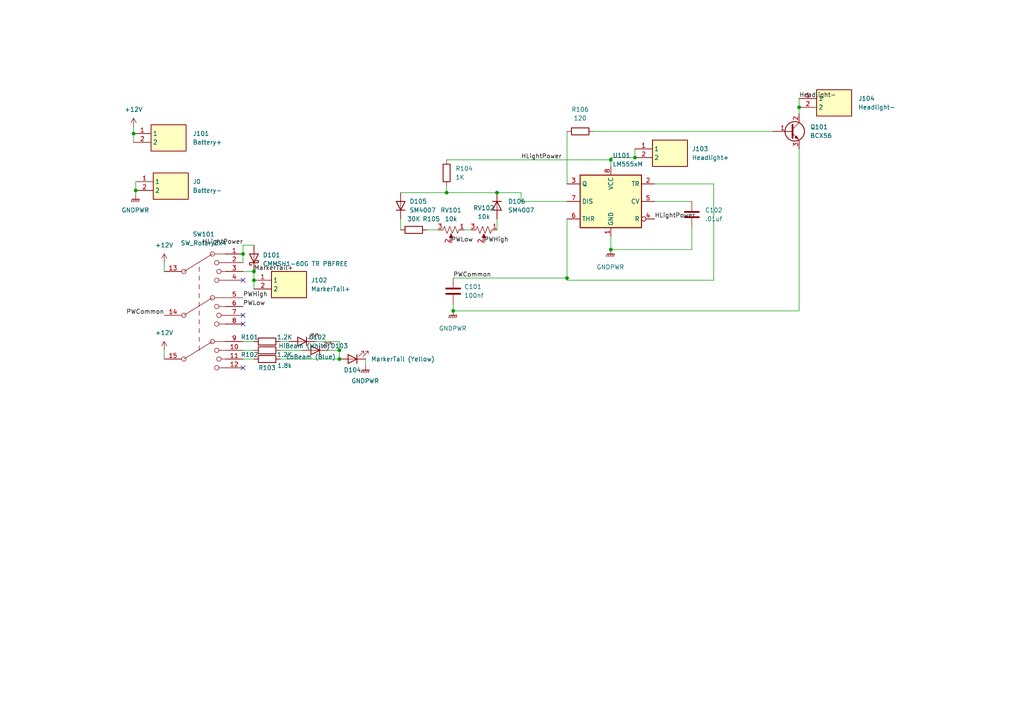
<source format=kicad_sch>
(kicad_sch (version 20211123) (generator eeschema)
  (paper "A4")
  (lib_symbols
    (symbol "19705-4303_1"
      (property "Reference" "J?" (at 16.51 7.62 0))
      (property "Value" "19705-4303_1" (at 16.51 5.08 0))
      (symbol "19705-4303_1_1_1"
        (rectangle (start 5.08 2.54) (end 15.24 -5.08) (stroke (width 0.254)) (fill (type background)))
        (pin passive line (at 0 0 0) (length 5.08) (name "1") (number "1"))
        (pin passive line (at 0 -2.54 0) (length 5.08) (name "2") (number "2"))
      )
    )
    (symbol "19705-4303_2"
      (property "Reference" "J?" (at 16.51 7.62 0))
      (property "Value" "19705-4303_2" (at 16.51 5.08 0))
      (symbol "19705-4303_2_1_1"
        (rectangle (start 5.08 2.54) (end 15.24 -5.08) (stroke (width 0.254)) (fill (type background)))
        (pin passive line (at 0 0 0) (length 5.08) (name "1") (number "1"))
        (pin passive line (at 0 -2.54 0) (length 5.08) (name "2") (number "2"))
      )
    )
    (symbol "19705-4303_3"
      (property "Reference" "J?" (at 16.51 7.62 0))
      (property "Value" "19705-4303_3" (at 16.51 5.08 0))
      (symbol "19705-4303_3_1_1"
        (rectangle (start 5.08 2.54) (end 15.24 -5.08) (stroke (width 0.254)) (fill (type background)))
        (pin passive line (at 0 0 0) (length 5.08) (name "1") (number "1"))
        (pin passive line (at 0 -2.54 0) (length 5.08) (name "2") (number "2"))
      )
    )
    (symbol "19705-4303_4"
      (property "Reference" "J?" (at 16.51 7.62 0))
      (property "Value" "19705-4303_4" (at 16.51 5.08 0))
      (symbol "19705-4303_4_1_1"
        (rectangle (start 5.08 2.54) (end 15.24 -5.08) (stroke (width 0.254)) (fill (type background)))
        (pin passive line (at 0 0 0) (length 5.08) (name "1") (number "1"))
        (pin passive line (at 0 -2.54 0) (length 5.08) (name "2") (number "2"))
      )
    )
    (symbol "Device:C" (pin_numbers hide) (pin_names (offset 0.254))
      (property "Reference" "C" (at 0.635 2.54 0))
      (property "Value" "C" (at 0.635 -2.54 0))
      (symbol "C_0_1"
        (polyline (pts (xy -2.032 -0.762) (xy 2.032 -0.762)) (stroke (width 0.508)))
        (polyline (pts (xy -2.032 0.762) (xy 2.032 0.762)) (stroke (width 0.508)))
      )
      (symbol "C_1_1"
        (pin passive line (at 0 3.81 270) (length 2.794) (name "~") (number "1"))
        (pin passive line (at 0 -3.81 90) (length 2.794) (name "~") (number "2"))
      )
    )
    (symbol "Device:D_Schottky" (pin_numbers hide) (pin_names (offset 1.016) hide)
      (property "Reference" "D" (at 0 2.54 0))
      (property "Value" "D_Schottky" (at 0 -2.54 0))
      (symbol "D_Schottky_0_1"
        (polyline (pts (xy 1.27 0) (xy -1.27 0)))
        (polyline (pts (xy 1.27 1.27) (xy 1.27 -1.27) (xy -1.27 0) (xy 1.27 1.27)) (stroke (width 0.254)))
        (polyline (pts (xy -1.905 0.635) (xy -1.905 1.27) (xy -1.27 1.27) (xy -1.27 -1.27) (xy -0.635 -1.27) (xy -0.635 -0.635)) (stroke (width 0.254)))
      )
      (symbol "D_Schottky_1_1"
        (pin passive line (at -3.81 0 0) (length 2.54) (name "K") (number "1"))
        (pin passive line (at 3.81 0 180) (length 2.54) (name "A") (number "2"))
      )
    )
    (symbol "Device:LED" (pin_numbers hide) (pin_names (offset 1.016) hide)
      (property "Reference" "D" (at 0 2.54 0))
      (property "Value" "LED" (at 0 -2.54 0))
      (symbol "LED_0_1"
        (polyline (pts (xy -1.27 -1.27) (xy -1.27 1.27)) (stroke (width 0.254)))
        (polyline (pts (xy -1.27 0) (xy 1.27 0)))
        (polyline (pts (xy 1.27 -1.27) (xy 1.27 1.27) (xy -1.27 0) (xy 1.27 -1.27)) (stroke (width 0.254)))
        (polyline (pts (xy -3.048 -0.762) (xy -4.572 -2.286) (xy -3.81 -2.286) (xy -4.572 -2.286) (xy -4.572 -1.524)))
        (polyline (pts (xy -1.778 -0.762) (xy -3.302 -2.286) (xy -2.54 -2.286) (xy -3.302 -2.286) (xy -3.302 -1.524)))
      )
      (symbol "LED_1_1"
        (pin passive line (at -3.81 0 0) (length 2.54) (name "K") (number "1"))
        (pin passive line (at 3.81 0 180) (length 2.54) (name "A") (number "2"))
      )
    )
    (symbol "Device:R" (pin_numbers hide) (pin_names (offset 0))
      (property "Reference" "R" (at 2.032 0 90))
      (property "Value" "R" (at 0 0 90))
      (symbol "R_0_1"
        (rectangle (start -1.016 -2.54) (end 1.016 2.54) (stroke (width 0.254)))
      )
      (symbol "R_1_1"
        (pin passive line (at 0 3.81 270) (length 1.27) (name "~") (number "1"))
        (pin passive line (at 0 -3.81 90) (length 1.27) (name "~") (number "2"))
      )
    )
    (symbol "Device:R_Potentiometer_US" (pin_names (offset 1.016) hide)
      (property "Reference" "RV" (at -4.445 0 90))
      (property "Value" "R_Potentiometer_US" (at -2.54 0 90))
      (symbol "R_Potentiometer_US_0_1"
        (polyline (pts (xy 0 -2.286) (xy 0 -2.54)))
        (polyline (pts (xy 0 2.54) (xy 0 2.286)))
        (polyline (pts (xy 2.54 0) (xy 1.524 0)))
        (polyline (pts (xy 1.143 0) (xy 2.286 0.508) (xy 2.286 -0.508) (xy 1.143 0)) (fill (type outline)))
        (polyline (pts (xy 0 -0.762) (xy 1.016 -1.143) (xy 0 -1.524) (xy -1.016 -1.905) (xy 0 -2.286)))
        (polyline (pts (xy 0 0.762) (xy 1.016 0.381) (xy 0 0) (xy -1.016 -0.381) (xy 0 -0.762)))
        (polyline (pts (xy 0 2.286) (xy 1.016 1.905) (xy 0 1.524) (xy -1.016 1.143) (xy 0 0.762)))
      )
      (symbol "R_Potentiometer_US_1_1"
        (pin passive line (at 0 3.81 270) (length 1.27) (name "1") (number "1"))
        (pin passive line (at 3.81 0 180) (length 1.27) (name "2") (number "2"))
        (pin passive line (at 0 -3.81 90) (length 1.27) (name "3") (number "3"))
      )
    )
    (symbol "Diode:SM4007" (pin_numbers hide) (pin_names hide)
      (property "Reference" "D" (at 0 2.54 0))
      (property "Value" "SM4007" (at 0 -2.54 0))
      (symbol "SM4007_0_1"
        (polyline (pts (xy -1.27 1.27) (xy -1.27 -1.27)) (stroke (width 0.254)))
        (polyline (pts (xy 1.27 0) (xy -1.27 0)))
        (polyline (pts (xy 1.27 1.27) (xy 1.27 -1.27) (xy -1.27 0) (xy 1.27 1.27)) (stroke (width 0.254)))
      )
      (symbol "SM4007_1_1"
        (pin passive line (at -3.81 0 0) (length 2.54) (name "K") (number "1"))
        (pin passive line (at 3.81 0 180) (length 2.54) (name "A") (number "2"))
      )
    )
    (symbol "SpadeLugs:19705-4303"
      (property "Value" "19705-4303" (at 0 0 0))
      (property "Reference_1" "J" (at 16.51 7.62 0))
      (property "Value_1" "19705-4303" (at 16.51 5.08 0))
      (symbol "19705-4303_1_1"
        (rectangle (start 5.08 2.54) (end 15.24 -5.08) (stroke (width 0.254)) (fill (type background)))
        (pin passive line (at 0 0 0) (length 5.08) (name "1") (number "1"))
        (pin passive line (at 0 -2.54 0) (length 5.08) (name "2") (number "2"))
      )
    )
    (symbol "Switch:SW_Rotary3x4" (pin_names (offset 1.016) hide)
      (property "Reference" "SW" (at 0 20.32 0))
      (property "Value" "SW_Rotary3x4" (at 0 -17.78 0))
      (symbol "SW_Rotary3x4_0_0"
        (circle (center -4.445 -12.7) (radius 0.635))
        (circle (center -4.445 0) (radius 0.635))
        (circle (center -4.445 12.7) (radius 0.635))
        (polyline (pts (xy -4.445 -12.7) (xy 3.81 -7.62)))
        (polyline (pts (xy -4.445 0) (xy 3.81 5.08)))
        (polyline (pts (xy -4.445 12.7) (xy 3.81 17.78)))
        (polyline (pts (xy 0 -10.16) (xy 0 -8.89)))
        (polyline (pts (xy 0 -7.62) (xy 0 -6.35)))
        (polyline (pts (xy 0 -5.08) (xy 0 -3.81)))
        (polyline (pts (xy 0 -2.54) (xy 0 -1.27)))
        (polyline (pts (xy 0 0) (xy 0 1.27)))
        (polyline (pts (xy 0 2.54) (xy 0 3.81)))
        (polyline (pts (xy 0 5.08) (xy 0 6.35)))
        (polyline (pts (xy 0 7.62) (xy 0 8.89)))
        (polyline (pts (xy 0 10.16) (xy 0 11.43)))
        (polyline (pts (xy 0 12.7) (xy 0 13.97)))
        (polyline (pts (xy 4.445 -7.62) (xy 7.62 -7.62)))
        (polyline (pts (xy 4.445 5.08) (xy 7.62 5.08)))
        (polyline (pts (xy 4.445 17.78) (xy 7.62 17.78)))
        (polyline (pts (xy 5.715 -15.24) (xy 7.62 -15.24)))
        (polyline (pts (xy 5.715 -10.16) (xy 7.62 -10.16)))
        (polyline (pts (xy 5.715 -2.54) (xy 7.62 -2.54)))
        (polyline (pts (xy 5.715 2.54) (xy 7.62 2.54)))
        (polyline (pts (xy 5.715 10.16) (xy 7.62 10.16)))
        (polyline (pts (xy 5.715 15.24) (xy 7.62 15.24)))
        (polyline (pts (xy 6.35 -12.7) (xy 7.62 -12.7)))
        (polyline (pts (xy 6.35 0) (xy 7.62 0)))
        (polyline (pts (xy 6.35 12.7) (xy 7.62 12.7)))
        (circle (center 3.81 -7.62) (radius 0.635))
        (circle (center 3.81 5.08) (radius 0.635))
        (circle (center 3.81 17.78) (radius 0.635))
        (circle (center 5.08 -15.24) (radius 0.635))
        (circle (center 5.08 -10.16) (radius 0.635))
        (circle (center 5.08 -2.54) (radius 0.635))
        (circle (center 5.08 2.54) (radius 0.635))
        (circle (center 5.08 10.16) (radius 0.635))
        (circle (center 5.08 15.24) (radius 0.635))
        (circle (center 5.715 -12.7) (radius 0.635))
        (circle (center 5.715 0) (radius 0.635))
        (circle (center 5.715 12.7) (radius 0.635))
      )
      (symbol "SW_Rotary3x4_0_1"
        (pin passive line (at 12.7 17.78 180) (length 5.08) (name "1") (number "1"))
        (pin passive line (at 12.7 -10.16 180) (length 5.08) (name "10") (number "10"))
        (pin passive line (at 12.7 -12.7 180) (length 5.08) (name "11") (number "11"))
        (pin passive line (at 12.7 -15.24 180) (length 5.08) (name "12") (number "12"))
        (pin passive line (at -10.16 12.7 0) (length 5.08) (name "13") (number "13"))
        (pin passive line (at -10.16 0 0) (length 5.08) (name "14") (number "14"))
        (pin passive line (at -10.16 -12.7 0) (length 5.08) (name "15") (number "15"))
        (pin passive line (at 12.7 15.24 180) (length 5.08) (name "2") (number "2"))
        (pin passive line (at 12.7 12.7 180) (length 5.08) (name "3") (number "3"))
        (pin passive line (at 12.7 10.16 180) (length 5.08) (name "4") (number "4"))
        (pin passive line (at 12.7 5.08 180) (length 5.08) (name "5") (number "5"))
        (pin passive line (at 12.7 2.54 180) (length 5.08) (name "6") (number "6"))
        (pin passive line (at 12.7 0 180) (length 5.08) (name "7") (number "7"))
        (pin passive line (at 12.7 -2.54 180) (length 5.08) (name "8") (number "8"))
        (pin passive line (at 12.7 -7.62 180) (length 5.08) (name "9") (number "9"))
      )
    )
    (symbol "Timer:LM555xM"
      (property "Reference" "U" (at -10.16 8.89 0))
      (property "Value" "LM555xM" (at 2.54 8.89 0))
      (symbol "LM555xM_0_0"
        (pin power_in line (at 0 -10.16 90) (length 2.54) (name "GND") (number "1"))
        (pin power_in line (at 0 10.16 270) (length 2.54) (name "VCC") (number "8"))
      )
      (symbol "LM555xM_0_1"
        (rectangle (start -8.89 -7.62) (end 8.89 7.62) (stroke (width 0.254)) (fill (type background)))
        (rectangle (start -8.89 -7.62) (end 8.89 7.62) (stroke (width 0.254)) (fill (type background)))
      )
      (symbol "LM555xM_1_1"
        (pin input line (at -12.7 5.08 0) (length 3.81) (name "TR") (number "2"))
        (pin output line (at 12.7 5.08 180) (length 3.81) (name "Q") (number "3"))
        (pin input inverted (at -12.7 -5.08 0) (length 3.81) (name "R") (number "4"))
        (pin input line (at -12.7 0 0) (length 3.81) (name "CV") (number "5"))
        (pin input line (at 12.7 -5.08 180) (length 3.81) (name "THR") (number "6"))
        (pin input line (at 12.7 0 180) (length 3.81) (name "DIS") (number "7"))
      )
    )
    (symbol "Transistor_BJT:BCX56" (pin_names (offset 0) hide)
      (property "Reference" "Q" (at 5.08 1.905 0))
      (property "Value" "BCX56" (at 5.08 0 0))
      (symbol "BCX56_0_1"
        (polyline (pts (xy 0.635 0.635) (xy 2.54 2.54)))
        (polyline (pts (xy 0.635 -0.635) (xy 2.54 -2.54) (xy 2.54 -2.54)))
        (polyline (pts (xy 0.635 1.905) (xy 0.635 -1.905) (xy 0.635 -1.905)) (stroke (width 0.508)))
        (polyline (pts (xy 1.27 -1.778) (xy 1.778 -1.27) (xy 2.286 -2.286) (xy 1.27 -1.778) (xy 1.27 -1.778)) (fill (type outline)))
        (circle (center 1.27 0) (radius 2.8194) (stroke (width 0.254)))
      )
      (symbol "BCX56_1_1"
        (pin input line (at -5.08 0 0) (length 5.715) (name "B") (number "1"))
        (pin passive line (at 2.54 5.08 270) (length 2.54) (name "C") (number "2"))
        (pin passive line (at 2.54 -5.08 90) (length 2.54) (name "E") (number "3"))
      )
    )
    (symbol "power:+12V" (power) (pin_names (offset 0))
      (property "Value" "+12V" (at 0 3.556 0))
      (symbol "+12V_0_1"
        (polyline (pts (xy -0.762 1.27) (xy 0 2.54)))
        (polyline (pts (xy 0 0) (xy 0 2.54)))
        (polyline (pts (xy 0 2.54) (xy 0.762 1.27)))
      )
      (symbol "+12V_1_1"
        (pin power_in line (at 0 0 90) (length 0) hide (name "+12V") (number "1"))
      )
    )
    (symbol "power:GNDPWR" (power) (pin_names (offset 0))
      (property "Value" "GNDPWR" (at 0 -3.302 0))
      (symbol "GNDPWR_0_1"
        (polyline (pts (xy 0 -1.27) (xy 0 0)))
        (polyline (pts (xy -1.016 -1.27) (xy -1.27 -2.032) (xy -1.27 -2.032)) (stroke (width 0.2032)))
        (polyline (pts (xy -0.508 -1.27) (xy -0.762 -2.032) (xy -0.762 -2.032)) (stroke (width 0.2032)))
        (polyline (pts (xy 0 -1.27) (xy -0.254 -2.032) (xy -0.254 -2.032)) (stroke (width 0.2032)))
        (polyline (pts (xy 0.508 -1.27) (xy 0.254 -2.032) (xy 0.254 -2.032)) (stroke (width 0.2032)))
        (polyline (pts (xy 1.016 -1.27) (xy -1.016 -1.27) (xy -1.016 -1.27)) (stroke (width 0.2032)))
        (polyline (pts (xy 1.016 -1.27) (xy 0.762 -2.032) (xy 0.762 -2.032) (xy 0.762 -2.032)) (stroke (width 0.2032)))
      )
      (symbol "GNDPWR_1_1"
        (pin power_in line (at 0 0 270) (length 0) hide (name "GNDPWR") (number "1"))
      )
    )
  )
  (junction (at 231.775 31.115))
  (junction (at 73.66 81.28))
  (junction (at 144.145 55.88))
  (junction (at 98.425 104.14))
  (junction (at 129.54 55.88))
  (junction (at 39.37 55.245))
  (junction (at 164.465 80.645))
  (junction (at 177.165 72.39))
  (junction (at 184.15 45.72))
  (junction (at 73.66 78.74))
  (junction (at 98.425 101.6))
  (junction (at 38.735 38.735))
  (junction (at 131.445 90.17))
  (junction (at 70.485 73.66))
  (junction (at 177.165 46.355))
  (no_connect (at 70.485 81.28))
  (no_connect (at 70.485 106.68))
  (no_connect (at 70.485 93.98))
  (no_connect (at 70.485 91.44))
  (wire (pts (xy 70.485 101.6) (xy 73.66 101.6)))
  (wire (pts (xy 81.28 99.06) (xy 83.82 99.06)))
  (wire (pts (xy 177.165 48.26) (xy 177.165 46.355)))
  (wire (pts (xy 189.865 58.42) (xy 200.66 58.42)))
  (wire (pts (xy 38.735 36.83) (xy 38.735 38.735)))
  (wire (pts (xy 151.13 55.88) (xy 144.145 55.88)))
  (wire (pts (xy 231.775 28.575) (xy 231.775 31.115)))
  (wire (pts (xy 131.445 88.265) (xy 131.445 90.17)))
  (wire (pts (xy 177.165 68.58) (xy 177.165 72.39)))
  (wire (pts (xy 207.01 53.34) (xy 189.865 53.34)))
  (wire (pts (xy 172.085 38.1) (xy 224.155 38.1)))
  (wire (pts (xy 70.485 71.12) (xy 73.66 71.12)))
  (wire (pts (xy 70.485 78.74) (xy 73.66 78.74)))
  (wire (pts (xy 47.625 76.2) (xy 47.625 78.74)))
  (wire (pts (xy 129.54 55.88) (xy 144.145 55.88)))
  (wire (pts (xy 129.54 53.975) (xy 129.54 55.88)))
  (wire (pts (xy 81.28 101.6) (xy 87.63 101.6)))
  (wire (pts (xy 129.54 46.355) (xy 177.165 46.355)))
  (wire (pts (xy 207.01 81.28) (xy 207.01 53.34)))
  (wire (pts (xy 95.25 101.6) (xy 98.425 101.6)))
  (wire (pts (xy 231.775 90.17) (xy 231.775 43.18)))
  (wire (pts (xy 38.735 38.735) (xy 38.735 41.275)))
  (wire (pts (xy 91.44 99.06) (xy 98.425 99.06)))
  (wire (pts (xy 70.485 104.14) (xy 73.66 104.14)))
  (wire (pts (xy 131.445 80.645) (xy 164.465 80.645)))
  (wire (pts (xy 184.15 43.18) (xy 184.15 45.72)))
  (wire (pts (xy 164.465 38.1) (xy 164.465 53.34)))
  (wire (pts (xy 106.045 104.14) (xy 106.045 106.045)))
  (wire (pts (xy 200.66 72.39) (xy 177.165 72.39)))
  (wire (pts (xy 164.465 81.28) (xy 207.01 81.28)))
  (wire (pts (xy 39.37 52.705) (xy 39.37 55.245)))
  (wire (pts (xy 164.465 63.5) (xy 164.465 80.645)))
  (wire (pts (xy 73.66 78.74) (xy 73.66 81.28)))
  (wire (pts (xy 73.66 81.28) (xy 73.66 83.82)))
  (wire (pts (xy 116.205 55.88) (xy 129.54 55.88)))
  (wire (pts (xy 164.465 80.645) (xy 164.465 81.28)))
  (wire (pts (xy 81.28 104.14) (xy 98.425 104.14)))
  (wire (pts (xy 151.13 58.42) (xy 151.13 55.88)))
  (wire (pts (xy 184.15 45.72) (xy 177.165 45.72)))
  (wire (pts (xy 70.485 99.06) (xy 73.66 99.06)))
  (wire (pts (xy 70.485 73.66) (xy 70.485 76.2)))
  (wire (pts (xy 200.66 66.04) (xy 200.66 72.39)))
  (wire (pts (xy 131.445 90.17) (xy 231.775 90.17)))
  (wire (pts (xy 134.62 66.675) (xy 136.525 66.675)))
  (wire (pts (xy 39.37 55.245) (xy 39.37 56.515)))
  (wire (pts (xy 70.485 73.66) (xy 70.485 71.12)))
  (wire (pts (xy 144.145 63.5) (xy 144.145 66.675)))
  (wire (pts (xy 98.425 99.06) (xy 98.425 101.6)))
  (wire (pts (xy 123.825 66.675) (xy 127 66.675)))
  (wire (pts (xy 164.465 58.42) (xy 151.13 58.42)))
  (wire (pts (xy 116.205 63.5) (xy 116.205 66.675)))
  (wire (pts (xy 98.425 101.6) (xy 98.425 104.14)))
  (wire (pts (xy 231.775 31.115) (xy 231.775 33.02)))
  (wire (pts (xy 177.165 45.72) (xy 177.165 46.355)))
  (wire (pts (xy 47.625 101.6) (xy 47.625 104.14)))
  (label "HLightPower" (at 70.485 71.12 180))
  (label "Headlight-" (at 231.775 28.575 0))
  (label "PWHigh" (at 140.335 70.485 0))
  (label "PWLow" (at 70.485 88.9 0))
  (label "PWLow" (at 130.81 70.485 0))
  (label "HLightPower" (at 151.13 46.355 0))
  (label "PWCommon" (at 131.445 80.645 0))
  (label "PWHigh" (at 70.485 86.36 0))
  (label "HLightPower" (at 189.865 63.5 0))
  (label "PWCommon" (at 47.625 91.44 180))
  (label "MarkerTail+" (at 73.66 78.74 0))
  (symbol (lib_id "power:GNDPWR") (at 39.37 56.515 0) (unit 1)
    (property "Reference" "#PWR0105" (effects hide))
    (property "Value" "GNDPWR" (at 39.243 60.96 0))
  )
  (symbol (lib_id "power:+12V") (at 47.625 101.6 0) (unit 1)
    (property "Reference" "#PWR0107" (effects hide))
    (property "Value" "+12V" (at 47.625 96.52 0))
  )
  (symbol (lib_id "Diode:SM4007") (at 144.145 59.69 270) (unit 1)
    (property "Reference" "D106" (at 147.32 58.4199 90) (effects (justify left)))
    (property "Value" "SM4007" (at 147.32 60.9599 90) (effects (justify left)))
    (property "Footprint" "Diode_SMD:D_MELF" (effects hide))
    (property "Datasheet" "http://cdn-reichelt.de/documents/datenblatt/A400/SMD1N400%23DIO.pdf" (effects hide))
  )
  (symbol (lib_id "Device:R") (at 129.54 50.165 0) (unit 1)
    (property "Reference" "R104" (at 132.08 48.8949 0) (effects (justify left)))
    (property "Value" "1K" (at 132.08 51.4349 0) (effects (justify left)))
    (property "Footprint" "Resistor_SMD:R_0603_1608Metric" (effects hide))
    (property "Mouser Part Number" "603-RC0603JR-101KL" (effects hide))
  )
  (symbol (lib_name "19705-4303_1") (lib_id "SpadeLugs:19705-4303") (at 231.775 28.575 0) (unit 1)
    (property "Reference" "J104" (at 248.92 28.5749 0) (effects (justify left)))
    (property "Value" "Headlight-" (at 248.92 31.1149 0) (effects (justify left)))
    (property "Footprint" "SpadeLugs:197054303" (effects hide))
    (property "Datasheet" "https://www.molex.com/pdm_docs/sd/197054303_sd.pdf" (effects hide))
    (property "Height" "10.29" (effects hide))
    (property "Mouser Part Number" "538-19705-4303" (effects hide))
    (property "Mouser Price/Stock" "https://www.mouser.co.uk/ProductDetail/Molex/19705-4303?qs=wUVoC1r15A95qxZWcZMf%252Bw%3D%3D" (effects hide))
    (property "Manufacturer_Name" "Molex" (effects hide))
    (property "Manufacturer_Part_Number" "19705-4303" (effects hide))
  )
  (symbol (lib_id "Device:R_Potentiometer_US") (at 140.335 66.675 270) (unit 1)
    (property "Reference" "RV102" (at 140.335 60.325 90))
    (property "Value" "10k" (at 140.335 62.865 90))
    (property "Footprint" "BournsPVG3A:PVG3A103C01R00" (effects hide))
    (property "Mouser Part Number" "81-PVG3A103C01R00" (effects hide))
  )
  (symbol (lib_id "Device:C") (at 131.445 84.455 0) (unit 1)
    (property "Reference" "C101" (at 134.62 83.1849 0) (effects (justify left)))
    (property "Value" "100nf" (at 134.62 85.7249 0) (effects (justify left)))
    (property "Footprint" "Capacitor_SMD:C_0603_1608Metric" (effects hide))
    (property "Mouser Part Number" "80-C0603C104K3R" (effects hide))
  )
  (symbol (lib_id "Timer:LM555xM") (at 177.165 58.42 0) (mirror y) (unit 1)
    (property "Reference" "U101" (at 177.6856 45.085 0) (effects (justify right)))
    (property "Value" "LM555xM" (at 177.6856 47.625 0) (effects (justify right)))
    (property "Footprint" "Package_SO:SOIC-8_3.9x4.9mm_P1.27mm" (effects hide))
    (property "Datasheet" "http://www.ti.com/lit/ds/symlink/lm555.pdf" (effects hide))
  )
  (symbol (lib_id "power:GNDPWR") (at 131.445 90.17 0) (unit 1)
    (property "Reference" "#PWR0102" (effects hide))
    (property "Value" "GNDPWR" (at 131.318 95.25 0))
  )
  (symbol (lib_id "Switch:SW_Rotary3x4") (at 57.785 91.44 0) (unit 1)
    (property "Reference" "SW101" (at 59.055 67.945 0))
    (property "Value" "SW_Rotary3x4" (at 59.055 70.485 0))
    (property "Footprint" "MRJE:MRJE3404" (effects hide))
    (property "Datasheet" "https://www.mouser.com/datasheet/2/418/NG_CD_1825537_A3-660263.pdf" (effects hide))
    (property "Mouser Part Number" "506-MRJE3404 " (effects hide))
  )
  (symbol (lib_id "Device:R") (at 77.47 99.06 90) (unit 1)
    (property "Reference" "R101" (at 72.39 97.79 90))
    (property "Value" "1.2K" (at 82.55 97.79 90))
    (property "Footprint" "Resistor_SMD:R_0603_1608Metric" (effects hide))
    (property "Mouser Part Number" "603-RC0603FR-101K2L" (effects hide))
  )
  (symbol (lib_id "Device:C") (at 200.66 62.23 0) (unit 1)
    (property "Reference" "C102" (at 204.47 60.9599 0) (effects (justify left)))
    (property "Value" ".01uf" (at 204.47 63.4999 0) (effects (justify left)))
    (property "Footprint" "Capacitor_SMD:C_0603_1608Metric" (effects hide))
    (property "Mouser Part Number" "80-C0603C103K5R7411" (effects hide))
  )
  (symbol (lib_name "19705-4303_2") (lib_id "SpadeLugs:19705-4303") (at 184.15 43.18 0) (unit 1)
    (property "Reference" "J103" (at 200.66 43.1799 0) (effects (justify left)))
    (property "Value" "Headlight+" (at 200.66 45.7199 0) (effects (justify left)))
    (property "Footprint" "SpadeLugs:197054303" (effects hide))
    (property "Datasheet" "https://www.molex.com/pdm_docs/sd/197054303_sd.pdf" (effects hide))
    (property "Height" "10.29" (effects hide))
    (property "Mouser Part Number" "538-19705-4303" (effects hide))
    (property "Mouser Price/Stock" "https://www.mouser.co.uk/ProductDetail/Molex/19705-4303?qs=wUVoC1r15A95qxZWcZMf%252Bw%3D%3D" (effects hide))
    (property "Manufacturer_Name" "Molex" (effects hide))
    (property "Manufacturer_Part_Number" "19705-4303" (effects hide))
  )
  (symbol (lib_id "Device:R") (at 77.47 104.14 90) (unit 1)
    (property "Reference" "R103" (at 77.47 106.68 90))
    (property "Value" "1.8k" (at 82.55 106.045 90))
    (property "Footprint" "Resistor_SMD:R_0603_1608Metric" (effects hide))
    (property "Mouser Part Number" "603-RC0603FR-071K8L" (effects hide))
  )
  (symbol (lib_id "Device:D_Schottky") (at 73.66 74.93 90) (unit 1)
    (property "Reference" "D101" (at 76.2 73.9774 90) (effects (justify right)))
    (property "Value" "CMMSH1-60G TR PBFREE" (at 76.2 76.5174 90) (effects (justify right)))
    (property "Footprint" "Diode_SMD:D_SOD-123" (effects hide))
    (property "Mouser Part Number" "610-CMMSH1-60GTR" (effects hide))
  )
  (symbol (lib_id "power:GNDPWR") (at 106.045 106.045 0) (unit 1)
    (property "Reference" "#PWR0103" (effects hide))
    (property "Value" "GNDPWR" (at 105.918 110.49 0))
  )
  (symbol (lib_id "Device:R") (at 77.47 101.6 90) (unit 1)
    (property "Reference" "R102" (at 72.39 102.87 90))
    (property "Value" "1.2K" (at 82.55 102.87 90))
    (property "Footprint" "Resistor_SMD:R_0603_1608Metric" (effects hide))
    (property "Mouser Part Number" "603-RC0603FR-101K2L" (effects hide))
  )
  (symbol (lib_id "Diode:SM4007") (at 116.205 59.69 90) (unit 1)
    (property "Reference" "D105" (at 118.745 58.4199 90) (effects (justify right)))
    (property "Value" "SM4007" (at 118.745 60.9599 90) (effects (justify right)))
    (property "Footprint" "Diode_SMD:D_MELF" (effects hide))
    (property "Datasheet" "http://cdn-reichelt.de/documents/datenblatt/A400/SMD1N400%23DIO.pdf" (effects hide))
  )
  (symbol (lib_id "Device:LED") (at 91.44 101.6 180) (unit 1)
    (property "Reference" "D103" (at 98.425 100.33 0))
    (property "Value" "LoBeam (Blue)" (at 90.17 103.505 0))
    (property "Footprint" "LED_SMD:LED_0603_1608Metric" (effects hide))
    (property "Mouser Part Number" "755-SMLD12BN1WT86" (effects hide))
  )
  (symbol (lib_id "power:GNDPWR") (at 177.165 72.39 0) (unit 1)
    (property "Reference" "#PWR0101" (effects hide))
    (property "Value" "GNDPWR" (at 177.038 77.47 0))
  )
  (symbol (lib_id "SpadeLugs:19705-4303") (at 39.37 52.705 0) (unit 1)
    (property "Reference" "J0" (at 55.88 52.7049 0) (effects (justify left)))
    (property "Value" "Battery-" (at 55.88 55.2449 0) (effects (justify left)))
    (property "Footprint" "SpadeLugs:197054303" (effects hide))
    (property "Reference_1" "J" (effects hide))
    (property "Value_1" "19705-4303" (effects hide))
    (property "Footprint_1" "197054303" (effects hide))
    (property "Datasheet_1" "https://www.molex.com/pdm_docs/sd/197054303_sd.pdf" (effects hide))
    (property "Height" "10.29" (effects hide))
    (property "Mouser Part Number" "538-19705-4303" (effects hide))
    (property "Mouser Price/Stock" "https://www.mouser.co.uk/ProductDetail/Molex/19705-4303?qs=wUVoC1r15A95qxZWcZMf%252Bw%3D%3D" (effects hide))
    (property "Manufacturer_Name" "Molex" (effects hide))
    (property "Manufacturer_Part_Number" "19705-4303" (effects hide))
  )
  (symbol (lib_name "19705-4303_3") (lib_id "SpadeLugs:19705-4303") (at 38.735 38.735 0) (unit 1)
    (property "Reference" "J101" (at 55.88 38.7349 0) (effects (justify left)))
    (property "Value" "Battery+" (at 55.88 41.2749 0) (effects (justify left)))
    (property "Footprint" "SpadeLugs:197054303" (effects hide))
    (property "Datasheet" "https://www.molex.com/pdm_docs/sd/197054303_sd.pdf" (effects hide))
    (property "Height" "10.29" (effects hide))
    (property "Mouser Part Number" "538-19705-4303" (effects hide))
    (property "Mouser Price/Stock" "https://www.mouser.co.uk/ProductDetail/Molex/19705-4303?qs=wUVoC1r15A95qxZWcZMf%252Bw%3D%3D" (effects hide))
    (property "Manufacturer_Name" "Molex" (effects hide))
    (property "Manufacturer_Part_Number" "19705-4303" (effects hide))
  )
  (symbol (lib_name "19705-4303_4") (lib_id "SpadeLugs:19705-4303") (at 73.66 81.28 0) (unit 1)
    (property "Reference" "J102" (at 90.17 81.2799 0) (effects (justify left)))
    (property "Value" "MarkerTail+" (at 90.17 83.8199 0) (effects (justify left)))
    (property "Footprint" "SpadeLugs:197054303" (effects hide))
    (property "Datasheet" "https://www.molex.com/pdm_docs/sd/197054303_sd.pdf" (effects hide))
    (property "Height" "10.29" (effects hide))
    (property "Mouser Part Number" "538-19705-4303" (effects hide))
    (property "Mouser Price/Stock" "https://www.mouser.co.uk/ProductDetail/Molex/19705-4303?qs=wUVoC1r15A95qxZWcZMf%252Bw%3D%3D" (effects hide))
    (property "Manufacturer_Name" "Molex" (effects hide))
    (property "Manufacturer_Part_Number" "19705-4303" (effects hide))
  )
  (symbol (lib_id "Device:R") (at 168.275 38.1 90) (unit 1)
    (property "Reference" "R106" (at 168.275 31.75 90))
    (property "Value" "120" (at 168.275 34.29 90))
    (property "Footprint" "Resistor_SMD:R_0603_1608Metric" (effects hide))
    (property "Mouser Part Number" "603-RC0603FR-13120RL" (effects hide))
  )
  (symbol (lib_id "power:+12V") (at 47.625 76.2 0) (unit 1)
    (property "Reference" "#PWR0106" (effects hide))
    (property "Value" "+12V" (at 47.625 71.12 0))
  )
  (symbol (lib_id "Transistor_BJT:BCX56") (at 229.235 38.1 0) (unit 1)
    (property "Reference" "Q101" (at 234.95 36.8299 0) (effects (justify left)))
    (property "Value" "BCX56" (at 234.95 39.3699 0) (effects (justify left)))
    (property "Footprint" "Package_TO_SOT_SMD:SOT-89-3" (effects hide))
    (property "Datasheet" "http://cache.nxp.com/documents/data_sheet/BCP56_BCX56_BC56PA.pdf?pspll=1" (effects hide))
  )
  (symbol (lib_id "Device:R") (at 120.015 66.675 90) (unit 1)
    (property "Reference" "R105" (at 125.095 63.5 90))
    (property "Value" "30K" (at 120.015 63.5 90))
    (property "Footprint" "Resistor_SMD:R_0603_1608Metric" (effects hide))
    (property "Mouser Part Number" "603-RC0603FR-0730KL" (effects hide))
  )
  (symbol (lib_id "power:+12V") (at 38.735 36.83 0) (unit 1)
    (property "Reference" "#PWR0104" (effects hide))
    (property "Value" "+12V" (at 38.735 31.75 0))
  )
  (symbol (lib_id "Device:R_Potentiometer_US") (at 130.81 66.675 270) (unit 1)
    (property "Reference" "RV101" (at 130.81 60.96 90))
    (property "Value" "10k" (at 130.81 63.5 90))
    (property "Footprint" "BournsPVG3A:PVG3A103C01R00" (effects hide))
    (property "Mouser Part Number" "81-PVG3A103C01R00" (effects hide))
  )
  (symbol (lib_id "Device:LED") (at 87.63 99.06 180) (unit 1)
    (property "Reference" "D102" (at 92.075 97.79 0))
    (property "Value" "HiBeam (White)" (at 88.265 100.33 0))
    (property "Footprint" "LED_SMD:LED_0603_1608Metric" (effects hide))
    (property "Mouser Part Number" "645-5973905607F" (effects hide))
  )
  (symbol (lib_id "Device:LED") (at 102.235 104.14 180) (unit 1)
    (property "Reference" "D104" (at 102.235 107.315 0))
    (property "Value" "MarkerTail (Yellow)" (at 116.84 104.14 0))
    (property "Footprint" "LED_SMD:LED_0603_1608Metric" (effects hide))
    (property "Mouser Part Number" "327-VCDG1111C4BY3CTR" (effects hide))
  )
)
</source>
